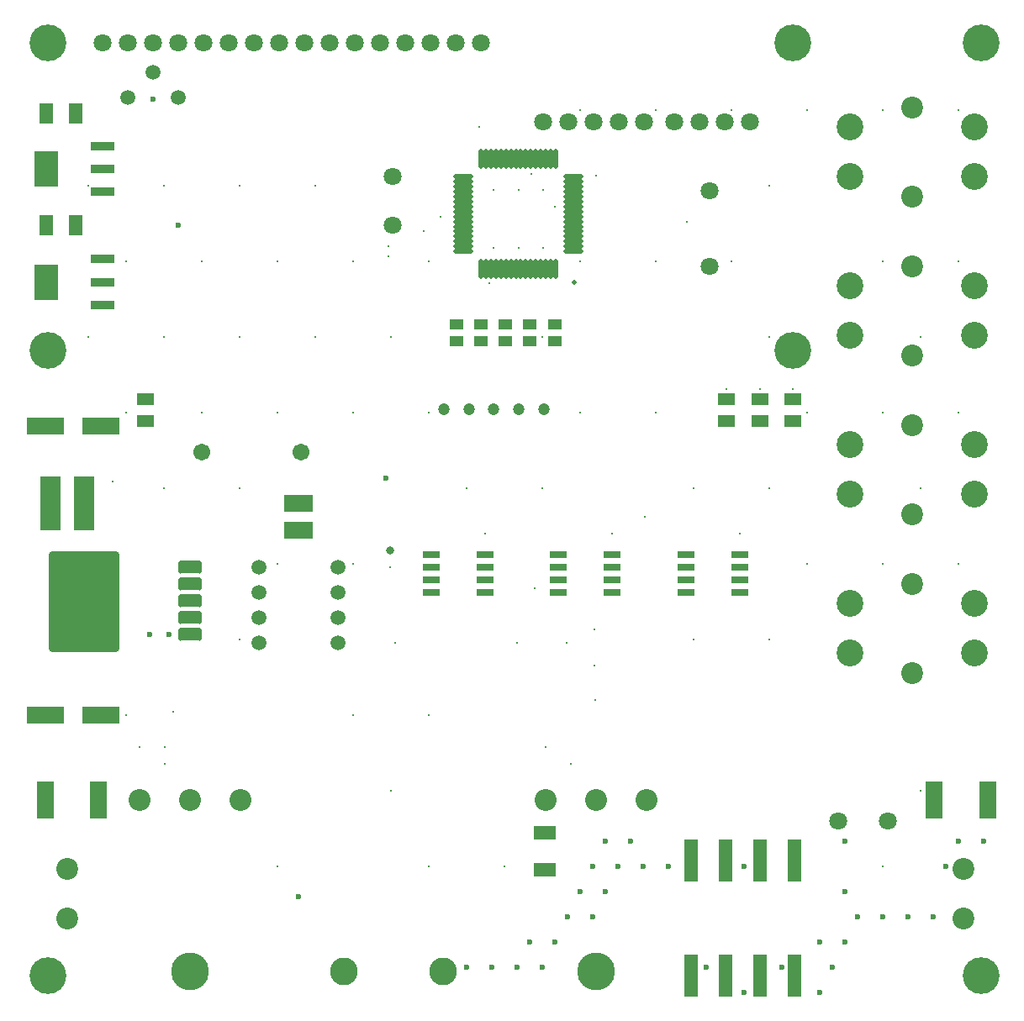
<source format=gts>
G04 Layer_Color=8388736*
%FSTAX24Y24*%
%MOIN*%
G70*
G01*
G75*
%ADD32C,0.0591*%
%ADD44C,0.0236*%
%ADD60R,0.1143X0.0690*%
%ADD61R,0.0689X0.0472*%
%ADD62R,0.0866X0.0571*%
%ADD63R,0.0709X0.1457*%
%ADD64R,0.1457X0.0709*%
%ADD65R,0.0551X0.0433*%
%ADD66R,0.0964X0.0370*%
%ADD67R,0.0964X0.1398*%
%ADD68R,0.0551X0.0787*%
%ADD69R,0.0551X0.1654*%
%ADD70R,0.0651X0.0316*%
%ADD71R,0.0827X0.2165*%
G04:AMPARAMS|DCode=72|XSize=283.1mil|YSize=401.6mil|CornerRadius=17.7mil|HoleSize=0mil|Usage=FLASHONLY|Rotation=180.000|XOffset=0mil|YOffset=0mil|HoleType=Round|Shape=RoundedRectangle|*
%AMROUNDEDRECTD72*
21,1,0.2831,0.3662,0,0,180.0*
21,1,0.2477,0.4016,0,0,180.0*
1,1,0.0354,-0.1238,0.1831*
1,1,0.0354,0.1238,0.1831*
1,1,0.0354,0.1238,-0.1831*
1,1,0.0354,-0.1238,-0.1831*
%
%ADD72ROUNDEDRECTD72*%
G04:AMPARAMS|DCode=73|XSize=92.9mil|YSize=50mil|CornerRadius=8.2mil|HoleSize=0mil|Usage=FLASHONLY|Rotation=0.000|XOffset=0mil|YOffset=0mil|HoleType=Round|Shape=RoundedRectangle|*
%AMROUNDEDRECTD73*
21,1,0.0929,0.0337,0,0,0.0*
21,1,0.0766,0.0500,0,0,0.0*
1,1,0.0163,0.0383,-0.0169*
1,1,0.0163,-0.0383,-0.0169*
1,1,0.0163,-0.0383,0.0169*
1,1,0.0163,0.0383,0.0169*
%
%ADD73ROUNDEDRECTD73*%
%ADD74O,0.0198X0.0789*%
%ADD75O,0.0789X0.0198*%
%ADD76C,0.0671*%
%ADD77C,0.0709*%
%ADD78C,0.1260*%
%ADD79C,0.1496*%
%ADD80C,0.0867*%
%ADD81C,0.1458*%
%ADD82C,0.1102*%
%ADD83C,0.0866*%
%ADD84C,0.1063*%
%ADD85C,0.0474*%
%ADD86C,0.0580*%
%ADD87C,0.0316*%
%ADD88C,0.0118*%
%ADD89C,0.0198*%
D32*
X027587Y042508D02*
D03*
X025587D02*
D03*
X026587Y043508D02*
D03*
X030766Y020886D02*
D03*
Y021886D02*
D03*
Y022886D02*
D03*
Y023886D02*
D03*
X033925D02*
D03*
Y022886D02*
D03*
Y021886D02*
D03*
Y020886D02*
D03*
D44*
X0595Y013D02*
D03*
X0585D02*
D03*
X058Y012D02*
D03*
X0575Y01D02*
D03*
X0565D02*
D03*
X0555D02*
D03*
X054Y013D02*
D03*
Y011D02*
D03*
X0545Y01D02*
D03*
X054Y009D02*
D03*
X053D02*
D03*
X0535Y008D02*
D03*
X053Y007D02*
D03*
X0515Y008D02*
D03*
X05Y007D02*
D03*
X0485Y008D02*
D03*
X05Y012D02*
D03*
X047D02*
D03*
X046D02*
D03*
X0455Y013D02*
D03*
X045Y012D02*
D03*
X0445Y013D02*
D03*
X044Y012D02*
D03*
X0445Y011D02*
D03*
X044Y01D02*
D03*
X0435Y011D02*
D03*
X043Y01D02*
D03*
X0425Y009D02*
D03*
X042Y008D02*
D03*
X0415Y009D02*
D03*
X041Y008D02*
D03*
X04D02*
D03*
X039D02*
D03*
X022303Y01802D02*
D03*
X028051Y023217D02*
D03*
X023839Y026406D02*
D03*
X028051Y021209D02*
D03*
X026437D02*
D03*
X027224D02*
D03*
X022303Y029476D02*
D03*
X032343Y010807D02*
D03*
X022331Y041878D02*
D03*
Y037429D02*
D03*
X027587D02*
D03*
X035823Y027398D02*
D03*
X026579Y042437D02*
D03*
D60*
X032362Y025352D02*
D03*
Y026396D02*
D03*
D61*
X049311Y030539D02*
D03*
Y029673D02*
D03*
X051949D02*
D03*
Y030539D02*
D03*
X05063Y029673D02*
D03*
Y030539D02*
D03*
X02628Y029673D02*
D03*
Y030539D02*
D03*
D62*
X042114Y011868D02*
D03*
Y013344D02*
D03*
D63*
X024429Y01464D02*
D03*
X022303D02*
D03*
X059673D02*
D03*
X057547D02*
D03*
D64*
X022303Y01802D02*
D03*
X024508D02*
D03*
Y029476D02*
D03*
X022303D02*
D03*
D65*
X0425Y033512D02*
D03*
Y032843D02*
D03*
X041526Y033512D02*
D03*
Y032843D02*
D03*
X040551Y033512D02*
D03*
Y032843D02*
D03*
X039577Y033512D02*
D03*
Y032843D02*
D03*
X038602Y033512D02*
D03*
Y032843D02*
D03*
D66*
X024595Y03428D02*
D03*
Y036091D02*
D03*
Y035185D02*
D03*
Y038768D02*
D03*
Y040579D02*
D03*
Y039673D02*
D03*
D67*
X022331Y035185D02*
D03*
Y039673D02*
D03*
D68*
X023512Y037429D02*
D03*
X022331D02*
D03*
X023512Y041878D02*
D03*
X022331D02*
D03*
D69*
X047913Y012232D02*
D03*
Y007665D02*
D03*
X049291D02*
D03*
Y012232D02*
D03*
X05063D02*
D03*
Y007665D02*
D03*
X052008D02*
D03*
Y012232D02*
D03*
D70*
X037608Y024386D02*
D03*
Y023886D02*
D03*
Y023386D02*
D03*
Y022886D02*
D03*
X039754Y024386D02*
D03*
Y023886D02*
D03*
Y023386D02*
D03*
Y022886D02*
D03*
X04265Y024386D02*
D03*
Y023886D02*
D03*
Y023386D02*
D03*
Y022886D02*
D03*
X044795Y024386D02*
D03*
Y023886D02*
D03*
Y023386D02*
D03*
Y022886D02*
D03*
X047715Y024386D02*
D03*
Y023886D02*
D03*
Y023386D02*
D03*
Y022886D02*
D03*
X04986Y024386D02*
D03*
Y023886D02*
D03*
Y023386D02*
D03*
Y022886D02*
D03*
D71*
X023839Y026406D02*
D03*
X0225D02*
D03*
D72*
X023839Y022508D02*
D03*
D73*
X028051Y023886D02*
D03*
Y023217D02*
D03*
Y022547D02*
D03*
Y021878D02*
D03*
Y021209D02*
D03*
D74*
X039587Y040067D02*
D03*
X039783D02*
D03*
X03998D02*
D03*
X040177D02*
D03*
X040374D02*
D03*
X040571D02*
D03*
X040768D02*
D03*
X040965D02*
D03*
X041161D02*
D03*
X041358D02*
D03*
X041555D02*
D03*
X041752D02*
D03*
X041949D02*
D03*
X042146D02*
D03*
X042343D02*
D03*
X042539D02*
D03*
Y035697D02*
D03*
X042343D02*
D03*
X042146D02*
D03*
X041949D02*
D03*
X041752D02*
D03*
X041555D02*
D03*
X041358D02*
D03*
X041161D02*
D03*
X040965D02*
D03*
X040768D02*
D03*
X040571D02*
D03*
X040374D02*
D03*
X040177D02*
D03*
X03998D02*
D03*
X039783D02*
D03*
X039587D02*
D03*
D75*
X043248Y039358D02*
D03*
Y039161D02*
D03*
Y038965D02*
D03*
Y038768D02*
D03*
Y038571D02*
D03*
Y038374D02*
D03*
Y038177D02*
D03*
Y03798D02*
D03*
Y037783D02*
D03*
Y037587D02*
D03*
Y03739D02*
D03*
Y037193D02*
D03*
Y036996D02*
D03*
Y036799D02*
D03*
Y036602D02*
D03*
Y036406D02*
D03*
X038878D02*
D03*
Y036602D02*
D03*
Y036799D02*
D03*
Y036996D02*
D03*
Y037193D02*
D03*
Y03739D02*
D03*
Y037587D02*
D03*
Y037783D02*
D03*
Y03798D02*
D03*
Y038177D02*
D03*
Y038374D02*
D03*
Y038571D02*
D03*
Y038768D02*
D03*
Y038965D02*
D03*
Y039161D02*
D03*
Y039358D02*
D03*
D76*
X032461Y028453D02*
D03*
X028524D02*
D03*
D77*
X024587Y044673D02*
D03*
X025587D02*
D03*
X026587D02*
D03*
X027587D02*
D03*
X028587D02*
D03*
X029587D02*
D03*
X030587D02*
D03*
X031587D02*
D03*
X032587D02*
D03*
X033587D02*
D03*
X034587D02*
D03*
X035587D02*
D03*
X036587D02*
D03*
X037587D02*
D03*
X038587D02*
D03*
X039587D02*
D03*
X048642Y038795D02*
D03*
Y035795D02*
D03*
X036083Y039358D02*
D03*
Y037437D02*
D03*
X047252Y041524D02*
D03*
X048252D02*
D03*
X049252D02*
D03*
X050252D02*
D03*
X046055Y041524D02*
D03*
X045055D02*
D03*
X044055D02*
D03*
X043055D02*
D03*
X042055D02*
D03*
X055728Y013807D02*
D03*
X05376D02*
D03*
D78*
X022421Y032469D02*
D03*
Y044673D02*
D03*
X051949Y032469D02*
D03*
X051949Y044673D02*
D03*
D79*
X028051Y007856D02*
D03*
X044154D02*
D03*
D80*
X030051Y01464D02*
D03*
X026051D02*
D03*
X028051D02*
D03*
X046154D02*
D03*
X042154D02*
D03*
X044154D02*
D03*
D81*
X059429Y044673D02*
D03*
Y007665D02*
D03*
X022421Y032469D02*
D03*
Y044673D02*
D03*
X051949Y032469D02*
D03*
Y044673D02*
D03*
X022421Y007665D02*
D03*
D82*
X038091Y007856D02*
D03*
X034154D02*
D03*
D83*
X05872Y009949D02*
D03*
Y011917D02*
D03*
X056673Y023217D02*
D03*
Y019673D02*
D03*
Y029516D02*
D03*
Y025972D02*
D03*
Y035815D02*
D03*
Y032272D02*
D03*
Y042114D02*
D03*
Y038571D02*
D03*
X023169Y011917D02*
D03*
Y009949D02*
D03*
D84*
X059134Y020461D02*
D03*
X054213D02*
D03*
X059134Y022429D02*
D03*
X054213D02*
D03*
X059134Y02676D02*
D03*
X054213D02*
D03*
X059134Y028728D02*
D03*
X054213D02*
D03*
X059134Y033059D02*
D03*
X054213D02*
D03*
X059134Y035028D02*
D03*
X054213D02*
D03*
X059134Y039358D02*
D03*
X054213D02*
D03*
X059134Y041327D02*
D03*
X054213D02*
D03*
D85*
X04108Y030126D02*
D03*
X038118D02*
D03*
X039105D02*
D03*
X040093D02*
D03*
X042067D02*
D03*
D86*
X032362Y026366D02*
D03*
D87*
X03598Y024555D02*
D03*
D88*
X042114Y011868D02*
D03*
X041567Y03948D02*
D03*
X044157Y039398D02*
D03*
X037319Y037193D02*
D03*
X042055Y036539D02*
D03*
X042528Y038177D02*
D03*
X042055Y038846D02*
D03*
X041075Y038839D02*
D03*
X040091Y038846D02*
D03*
X051949Y030937D02*
D03*
X05063D02*
D03*
X049311D02*
D03*
X051949Y029673D02*
D03*
X05063D02*
D03*
X049311D02*
D03*
X039746Y023394D02*
D03*
X024976Y027272D02*
D03*
X026051Y01674D02*
D03*
X027051Y016071D02*
D03*
X042146Y01674D02*
D03*
X043154Y016071D02*
D03*
X038602Y033512D02*
D03*
X039577Y033528D02*
D03*
X040551Y033512D02*
D03*
X041526Y033528D02*
D03*
X0425Y033512D02*
D03*
X037608Y023386D02*
D03*
X039754Y023886D02*
D03*
X039754Y02522D02*
D03*
X044791Y025203D02*
D03*
X044795Y022886D02*
D03*
X046083Y025874D02*
D03*
X035902Y036591D02*
D03*
Y036197D02*
D03*
X041709Y023028D02*
D03*
X041016Y020886D02*
D03*
X042984D02*
D03*
X027051Y01674D02*
D03*
X02737Y018146D02*
D03*
X036173Y020886D02*
D03*
X049833Y025211D02*
D03*
X041071Y036543D02*
D03*
X040087D02*
D03*
X037972Y037764D02*
D03*
X047744Y037583D02*
D03*
X022331Y035185D02*
D03*
X02628Y029693D02*
D03*
X047732Y023878D02*
D03*
X047715Y023386D02*
D03*
X039496Y041331D02*
D03*
X035976Y023886D02*
D03*
X0255Y018D02*
D03*
Y03D02*
D03*
X024Y033D02*
D03*
X0255Y036D02*
D03*
X024Y039D02*
D03*
X027Y027D02*
D03*
X0285Y03D02*
D03*
X027Y033D02*
D03*
X0285Y036D02*
D03*
X027Y039D02*
D03*
X0315Y012D02*
D03*
X03Y021D02*
D03*
X0315Y024D02*
D03*
X03Y027D02*
D03*
X0315Y03D02*
D03*
X03Y033D02*
D03*
X0315Y036D02*
D03*
X03Y039D02*
D03*
X0345Y018D02*
D03*
Y024D02*
D03*
Y03D02*
D03*
X033Y033D02*
D03*
X0345Y036D02*
D03*
X033Y039D02*
D03*
X0375Y012D02*
D03*
X036Y015D02*
D03*
X0375Y018D02*
D03*
Y03D02*
D03*
X036Y033D02*
D03*
X0375Y036D02*
D03*
X0405Y012D02*
D03*
X039Y027D02*
D03*
X042D02*
D03*
X0435Y03D02*
D03*
X042Y033D02*
D03*
X0435Y036D02*
D03*
Y042D02*
D03*
X0465Y03D02*
D03*
Y036D02*
D03*
Y042D02*
D03*
X048Y021D02*
D03*
Y027D02*
D03*
X0495Y036D02*
D03*
Y042D02*
D03*
X051Y021D02*
D03*
X0525Y024D02*
D03*
X051Y027D02*
D03*
X0525Y03D02*
D03*
X051Y033D02*
D03*
Y039D02*
D03*
X0525Y042D02*
D03*
X0555Y012D02*
D03*
Y024D02*
D03*
Y03D02*
D03*
Y036D02*
D03*
Y042D02*
D03*
X057Y015D02*
D03*
X0585Y024D02*
D03*
X057Y027D02*
D03*
X0585Y03D02*
D03*
X057Y033D02*
D03*
X0585Y036D02*
D03*
Y042D02*
D03*
X044106Y018602D02*
D03*
X044094Y019961D02*
D03*
X044087Y021406D02*
D03*
X039902Y035146D02*
D03*
D89*
X043295Y035189D02*
D03*
M02*

</source>
